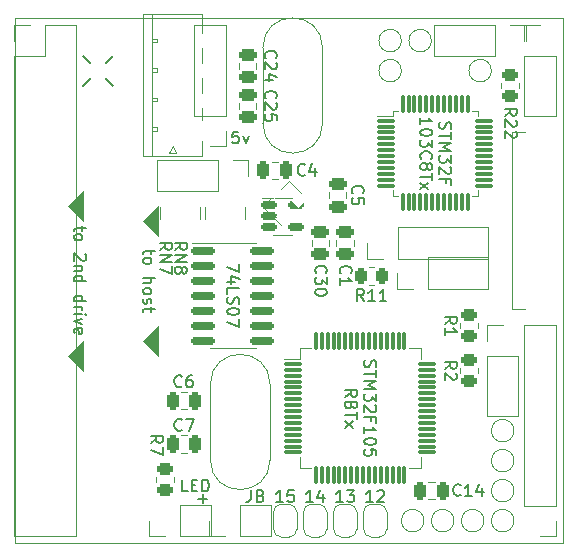
<source format=gto>
G04 #@! TF.GenerationSoftware,KiCad,Pcbnew,6.0.8-f2edbf62ab~116~ubuntu22.04.1*
G04 #@! TF.CreationDate,2022-10-13T10:44:28+02:00*
G04 #@! TF.ProjectId,Floppy emulator with OSD,466c6f70-7079-4206-956d-756c61746f72,0.2*
G04 #@! TF.SameCoordinates,Original*
G04 #@! TF.FileFunction,Legend,Top*
G04 #@! TF.FilePolarity,Positive*
%FSLAX46Y46*%
G04 Gerber Fmt 4.6, Leading zero omitted, Abs format (unit mm)*
G04 Created by KiCad (PCBNEW 6.0.8-f2edbf62ab~116~ubuntu22.04.1) date 2022-10-13 10:44:28*
%MOMM*%
%LPD*%
G01*
G04 APERTURE LIST*
G04 Aperture macros list*
%AMRoundRect*
0 Rectangle with rounded corners*
0 $1 Rounding radius*
0 $2 $3 $4 $5 $6 $7 $8 $9 X,Y pos of 4 corners*
0 Add a 4 corners polygon primitive as box body*
4,1,4,$2,$3,$4,$5,$6,$7,$8,$9,$2,$3,0*
0 Add four circle primitives for the rounded corners*
1,1,$1+$1,$2,$3*
1,1,$1+$1,$4,$5*
1,1,$1+$1,$6,$7*
1,1,$1+$1,$8,$9*
0 Add four rect primitives between the rounded corners*
20,1,$1+$1,$2,$3,$4,$5,0*
20,1,$1+$1,$4,$5,$6,$7,0*
20,1,$1+$1,$6,$7,$8,$9,0*
20,1,$1+$1,$8,$9,$2,$3,0*%
%AMRotRect*
0 Rectangle, with rotation*
0 The origin of the aperture is its center*
0 $1 length*
0 $2 width*
0 $3 Rotation angle, in degrees counterclockwise*
0 Add horizontal line*
21,1,$1,$2,0,0,$3*%
%AMFreePoly0*
4,1,22,0.500000,-0.750000,0.000000,-0.750000,0.000000,-0.745033,-0.079941,-0.743568,-0.215256,-0.701293,-0.333266,-0.622738,-0.424486,-0.514219,-0.481581,-0.384460,-0.499164,-0.250000,-0.500000,-0.250000,-0.500000,0.250000,-0.499164,0.250000,-0.499963,0.256109,-0.478152,0.396186,-0.417904,0.524511,-0.324060,0.630769,-0.204165,0.706417,-0.067858,0.745374,0.000000,0.744959,0.000000,0.750000,
0.500000,0.750000,0.500000,-0.750000,0.500000,-0.750000,$1*%
%AMFreePoly1*
4,1,20,0.000000,0.744959,0.073905,0.744508,0.209726,0.703889,0.328688,0.626782,0.421226,0.519385,0.479903,0.390333,0.500000,0.250000,0.500000,-0.250000,0.499851,-0.262216,0.476331,-0.402017,0.414519,-0.529596,0.319384,-0.634700,0.198574,-0.708877,0.061801,-0.746166,0.000000,-0.745033,0.000000,-0.750000,-0.500000,-0.750000,-0.500000,0.750000,0.000000,0.750000,0.000000,0.744959,
0.000000,0.744959,$1*%
G04 Aperture macros list end*
%ADD10C,0.100000*%
%ADD11C,0.150000*%
%ADD12C,0.120000*%
%ADD13RoundRect,0.250000X-0.250000X-0.475000X0.250000X-0.475000X0.250000X0.475000X-0.250000X0.475000X0*%
%ADD14RoundRect,0.250000X0.475000X-0.250000X0.475000X0.250000X-0.475000X0.250000X-0.475000X-0.250000X0*%
%ADD15RoundRect,0.250000X0.250000X0.475000X-0.250000X0.475000X-0.250000X-0.475000X0.250000X-0.475000X0*%
%ADD16RoundRect,0.250000X-0.475000X0.250000X-0.475000X-0.250000X0.475000X-0.250000X0.475000X0.250000X0*%
%ADD17R,1.700000X1.700000*%
%ADD18O,1.700000X1.700000*%
%ADD19FreePoly0,90.000000*%
%ADD20FreePoly1,90.000000*%
%ADD21R,1.900000X1.900000*%
%ADD22C,1.900000*%
%ADD23RoundRect,0.250000X0.262500X0.450000X-0.262500X0.450000X-0.262500X-0.450000X0.262500X-0.450000X0*%
%ADD24R,0.500000X0.800000*%
%ADD25R,0.400000X0.800000*%
%ADD26RoundRect,0.075000X-0.700000X-0.075000X0.700000X-0.075000X0.700000X0.075000X-0.700000X0.075000X0*%
%ADD27RoundRect,0.075000X-0.075000X-0.700000X0.075000X-0.700000X0.075000X0.700000X-0.075000X0.700000X0*%
%ADD28RoundRect,0.150000X-0.512500X-0.150000X0.512500X-0.150000X0.512500X0.150000X-0.512500X0.150000X0*%
%ADD29RoundRect,0.075000X-0.662500X-0.075000X0.662500X-0.075000X0.662500X0.075000X-0.662500X0.075000X0*%
%ADD30RoundRect,0.075000X-0.075000X-0.662500X0.075000X-0.662500X0.075000X0.662500X-0.075000X0.662500X0*%
%ADD31C,1.500000*%
%ADD32C,1.700000*%
%ADD33RoundRect,0.150000X-0.825000X-0.150000X0.825000X-0.150000X0.825000X0.150000X-0.825000X0.150000X0*%
%ADD34RoundRect,0.250000X-0.450000X0.262500X-0.450000X-0.262500X0.450000X-0.262500X0.450000X0.262500X0*%
%ADD35C,3.000000*%
%ADD36RoundRect,0.250000X0.450000X-0.262500X0.450000X0.262500X-0.450000X0.262500X-0.450000X-0.262500X0*%
%ADD37RotRect,0.900000X0.800000X135.000000*%
G04 APERTURE END LIST*
D10*
X87630000Y-151765000D02*
X87630000Y-107315000D01*
D11*
X95885000Y-113030000D02*
X93345000Y-110490000D01*
D10*
G36*
X99695000Y-125730000D02*
G01*
X98425000Y-124460000D01*
X99695000Y-123190000D01*
X99695000Y-125730000D01*
G37*
X99695000Y-125730000D02*
X98425000Y-124460000D01*
X99695000Y-123190000D01*
X99695000Y-125730000D01*
X133985000Y-151765000D02*
X87630000Y-151765000D01*
G36*
X93345000Y-137160000D02*
G01*
X92075000Y-135890000D01*
X93345000Y-134620000D01*
X93345000Y-137160000D01*
G37*
X93345000Y-137160000D02*
X92075000Y-135890000D01*
X93345000Y-134620000D01*
X93345000Y-137160000D01*
G36*
X99695000Y-135890000D02*
G01*
X98425000Y-134620000D01*
X99695000Y-133350000D01*
X99695000Y-135890000D01*
G37*
X99695000Y-135890000D02*
X98425000Y-134620000D01*
X99695000Y-133350000D01*
X99695000Y-135890000D01*
D11*
X93345000Y-113030000D02*
X95885000Y-110490000D01*
D10*
X133985000Y-107315000D02*
X133985000Y-151765000D01*
X87630000Y-107315000D02*
X133985000Y-107315000D01*
G36*
X93345000Y-124460000D02*
G01*
X92075000Y-123190000D01*
X93345000Y-121920000D01*
X93345000Y-124460000D01*
G37*
X93345000Y-124460000D02*
X92075000Y-123190000D01*
X93345000Y-121920000D01*
X93345000Y-124460000D01*
D11*
X115379523Y-148280380D02*
X114808095Y-148280380D01*
X115093809Y-148280380D02*
X115093809Y-147280380D01*
X114998571Y-147423238D01*
X114903333Y-147518476D01*
X114808095Y-147566095D01*
X115712857Y-147280380D02*
X116331904Y-147280380D01*
X115998571Y-147661333D01*
X116141428Y-147661333D01*
X116236666Y-147708952D01*
X116284285Y-147756571D01*
X116331904Y-147851809D01*
X116331904Y-148089904D01*
X116284285Y-148185142D01*
X116236666Y-148232761D01*
X116141428Y-148280380D01*
X115855714Y-148280380D01*
X115760476Y-148232761D01*
X115712857Y-148185142D01*
X112839523Y-148280380D02*
X112268095Y-148280380D01*
X112553809Y-148280380D02*
X112553809Y-147280380D01*
X112458571Y-147423238D01*
X112363333Y-147518476D01*
X112268095Y-147566095D01*
X113696666Y-147613714D02*
X113696666Y-148280380D01*
X113458571Y-147232761D02*
X113220476Y-147947047D01*
X113839523Y-147947047D01*
X110299523Y-148280380D02*
X109728095Y-148280380D01*
X110013809Y-148280380D02*
X110013809Y-147280380D01*
X109918571Y-147423238D01*
X109823333Y-147518476D01*
X109728095Y-147566095D01*
X111204285Y-147280380D02*
X110728095Y-147280380D01*
X110680476Y-147756571D01*
X110728095Y-147708952D01*
X110823333Y-147661333D01*
X111061428Y-147661333D01*
X111156666Y-147708952D01*
X111204285Y-147756571D01*
X111251904Y-147851809D01*
X111251904Y-148089904D01*
X111204285Y-148185142D01*
X111156666Y-148232761D01*
X111061428Y-148280380D01*
X110823333Y-148280380D01*
X110728095Y-148232761D01*
X110680476Y-148185142D01*
X117919523Y-148280380D02*
X117348095Y-148280380D01*
X117633809Y-148280380D02*
X117633809Y-147280380D01*
X117538571Y-147423238D01*
X117443333Y-147518476D01*
X117348095Y-147566095D01*
X118300476Y-147375619D02*
X118348095Y-147328000D01*
X118443333Y-147280380D01*
X118681428Y-147280380D01*
X118776666Y-147328000D01*
X118824285Y-147375619D01*
X118871904Y-147470857D01*
X118871904Y-147566095D01*
X118824285Y-147708952D01*
X118252857Y-148280380D01*
X118871904Y-148280380D01*
X106537142Y-116927380D02*
X106060952Y-116927380D01*
X106013333Y-117403571D01*
X106060952Y-117355952D01*
X106156190Y-117308333D01*
X106394285Y-117308333D01*
X106489523Y-117355952D01*
X106537142Y-117403571D01*
X106584761Y-117498809D01*
X106584761Y-117736904D01*
X106537142Y-117832142D01*
X106489523Y-117879761D01*
X106394285Y-117927380D01*
X106156190Y-117927380D01*
X106060952Y-117879761D01*
X106013333Y-117832142D01*
X106918095Y-117260714D02*
X107156190Y-117927380D01*
X107394285Y-117260714D01*
X117240238Y-136287380D02*
X117192619Y-136430238D01*
X117192619Y-136668333D01*
X117240238Y-136763571D01*
X117287857Y-136811190D01*
X117383095Y-136858809D01*
X117478333Y-136858809D01*
X117573571Y-136811190D01*
X117621190Y-136763571D01*
X117668809Y-136668333D01*
X117716428Y-136477857D01*
X117764047Y-136382619D01*
X117811666Y-136335000D01*
X117906904Y-136287380D01*
X118002142Y-136287380D01*
X118097380Y-136335000D01*
X118145000Y-136382619D01*
X118192619Y-136477857D01*
X118192619Y-136715952D01*
X118145000Y-136858809D01*
X118192619Y-137144523D02*
X118192619Y-137715952D01*
X117192619Y-137430238D02*
X118192619Y-137430238D01*
X117192619Y-138049285D02*
X118192619Y-138049285D01*
X117478333Y-138382619D01*
X118192619Y-138715952D01*
X117192619Y-138715952D01*
X118192619Y-139096904D02*
X118192619Y-139715952D01*
X117811666Y-139382619D01*
X117811666Y-139525476D01*
X117764047Y-139620714D01*
X117716428Y-139668333D01*
X117621190Y-139715952D01*
X117383095Y-139715952D01*
X117287857Y-139668333D01*
X117240238Y-139620714D01*
X117192619Y-139525476D01*
X117192619Y-139239761D01*
X117240238Y-139144523D01*
X117287857Y-139096904D01*
X118097380Y-140096904D02*
X118145000Y-140144523D01*
X118192619Y-140239761D01*
X118192619Y-140477857D01*
X118145000Y-140573095D01*
X118097380Y-140620714D01*
X118002142Y-140668333D01*
X117906904Y-140668333D01*
X117764047Y-140620714D01*
X117192619Y-140049285D01*
X117192619Y-140668333D01*
X117716428Y-141430238D02*
X117716428Y-141096904D01*
X117192619Y-141096904D02*
X118192619Y-141096904D01*
X118192619Y-141573095D01*
X117192619Y-142477857D02*
X117192619Y-141906428D01*
X117192619Y-142192142D02*
X118192619Y-142192142D01*
X118049761Y-142096904D01*
X117954523Y-142001666D01*
X117906904Y-141906428D01*
X118192619Y-143096904D02*
X118192619Y-143192142D01*
X118145000Y-143287380D01*
X118097380Y-143335000D01*
X118002142Y-143382619D01*
X117811666Y-143430238D01*
X117573571Y-143430238D01*
X117383095Y-143382619D01*
X117287857Y-143335000D01*
X117240238Y-143287380D01*
X117192619Y-143192142D01*
X117192619Y-143096904D01*
X117240238Y-143001666D01*
X117287857Y-142954047D01*
X117383095Y-142906428D01*
X117573571Y-142858809D01*
X117811666Y-142858809D01*
X118002142Y-142906428D01*
X118097380Y-142954047D01*
X118145000Y-143001666D01*
X118192619Y-143096904D01*
X118192619Y-144335000D02*
X118192619Y-143858809D01*
X117716428Y-143811190D01*
X117764047Y-143858809D01*
X117811666Y-143954047D01*
X117811666Y-144192142D01*
X117764047Y-144287380D01*
X117716428Y-144335000D01*
X117621190Y-144382619D01*
X117383095Y-144382619D01*
X117287857Y-144335000D01*
X117240238Y-144287380D01*
X117192619Y-144192142D01*
X117192619Y-143954047D01*
X117240238Y-143858809D01*
X117287857Y-143811190D01*
X115582619Y-139358809D02*
X116058809Y-139025476D01*
X115582619Y-138787380D02*
X116582619Y-138787380D01*
X116582619Y-139168333D01*
X116535000Y-139263571D01*
X116487380Y-139311190D01*
X116392142Y-139358809D01*
X116249285Y-139358809D01*
X116154047Y-139311190D01*
X116106428Y-139263571D01*
X116058809Y-139168333D01*
X116058809Y-138787380D01*
X116106428Y-140120714D02*
X116058809Y-140263571D01*
X116011190Y-140311190D01*
X115915952Y-140358809D01*
X115773095Y-140358809D01*
X115677857Y-140311190D01*
X115630238Y-140263571D01*
X115582619Y-140168333D01*
X115582619Y-139787380D01*
X116582619Y-139787380D01*
X116582619Y-140120714D01*
X116535000Y-140215952D01*
X116487380Y-140263571D01*
X116392142Y-140311190D01*
X116296904Y-140311190D01*
X116201666Y-140263571D01*
X116154047Y-140215952D01*
X116106428Y-140120714D01*
X116106428Y-139787380D01*
X116582619Y-140644523D02*
X116582619Y-141215952D01*
X115582619Y-140930238D02*
X116582619Y-140930238D01*
X115582619Y-141454047D02*
X116249285Y-141977857D01*
X116249285Y-141454047D02*
X115582619Y-141977857D01*
X102227142Y-147391380D02*
X101750952Y-147391380D01*
X101750952Y-146391380D01*
X102560476Y-146867571D02*
X102893809Y-146867571D01*
X103036666Y-147391380D02*
X102560476Y-147391380D01*
X102560476Y-146391380D01*
X103036666Y-146391380D01*
X103465238Y-147391380D02*
X103465238Y-146391380D01*
X103703333Y-146391380D01*
X103846190Y-146439000D01*
X103941428Y-146534238D01*
X103989047Y-146629476D01*
X104036666Y-146819952D01*
X104036666Y-146962809D01*
X103989047Y-147153285D01*
X103941428Y-147248523D01*
X103846190Y-147343761D01*
X103703333Y-147391380D01*
X103465238Y-147391380D01*
X106592619Y-128167142D02*
X106592619Y-128833809D01*
X105592619Y-128405238D01*
X106259285Y-129643333D02*
X105592619Y-129643333D01*
X106640238Y-129405238D02*
X105925952Y-129167142D01*
X105925952Y-129786190D01*
X105592619Y-130643333D02*
X105592619Y-130167142D01*
X106592619Y-130167142D01*
X105640238Y-130929047D02*
X105592619Y-131071904D01*
X105592619Y-131310000D01*
X105640238Y-131405238D01*
X105687857Y-131452857D01*
X105783095Y-131500476D01*
X105878333Y-131500476D01*
X105973571Y-131452857D01*
X106021190Y-131405238D01*
X106068809Y-131310000D01*
X106116428Y-131119523D01*
X106164047Y-131024285D01*
X106211666Y-130976666D01*
X106306904Y-130929047D01*
X106402142Y-130929047D01*
X106497380Y-130976666D01*
X106545000Y-131024285D01*
X106592619Y-131119523D01*
X106592619Y-131357619D01*
X106545000Y-131500476D01*
X106592619Y-132119523D02*
X106592619Y-132214761D01*
X106545000Y-132310000D01*
X106497380Y-132357619D01*
X106402142Y-132405238D01*
X106211666Y-132452857D01*
X105973571Y-132452857D01*
X105783095Y-132405238D01*
X105687857Y-132357619D01*
X105640238Y-132310000D01*
X105592619Y-132214761D01*
X105592619Y-132119523D01*
X105640238Y-132024285D01*
X105687857Y-131976666D01*
X105783095Y-131929047D01*
X105973571Y-131881428D01*
X106211666Y-131881428D01*
X106402142Y-131929047D01*
X106497380Y-131976666D01*
X106545000Y-132024285D01*
X106592619Y-132119523D01*
X106592619Y-132786190D02*
X106592619Y-133452857D01*
X105592619Y-133024285D01*
X93305285Y-124944761D02*
X93305285Y-125325714D01*
X93638619Y-125087619D02*
X92781476Y-125087619D01*
X92686238Y-125135238D01*
X92638619Y-125230476D01*
X92638619Y-125325714D01*
X92638619Y-125801904D02*
X92686238Y-125706666D01*
X92733857Y-125659047D01*
X92829095Y-125611428D01*
X93114809Y-125611428D01*
X93210047Y-125659047D01*
X93257666Y-125706666D01*
X93305285Y-125801904D01*
X93305285Y-125944761D01*
X93257666Y-126040000D01*
X93210047Y-126087619D01*
X93114809Y-126135238D01*
X92829095Y-126135238D01*
X92733857Y-126087619D01*
X92686238Y-126040000D01*
X92638619Y-125944761D01*
X92638619Y-125801904D01*
X93543380Y-127278095D02*
X93591000Y-127325714D01*
X93638619Y-127420952D01*
X93638619Y-127659047D01*
X93591000Y-127754285D01*
X93543380Y-127801904D01*
X93448142Y-127849523D01*
X93352904Y-127849523D01*
X93210047Y-127801904D01*
X92638619Y-127230476D01*
X92638619Y-127849523D01*
X93305285Y-128278095D02*
X92638619Y-128278095D01*
X93210047Y-128278095D02*
X93257666Y-128325714D01*
X93305285Y-128420952D01*
X93305285Y-128563809D01*
X93257666Y-128659047D01*
X93162428Y-128706666D01*
X92638619Y-128706666D01*
X92638619Y-129611428D02*
X93638619Y-129611428D01*
X92686238Y-129611428D02*
X92638619Y-129516190D01*
X92638619Y-129325714D01*
X92686238Y-129230476D01*
X92733857Y-129182857D01*
X92829095Y-129135238D01*
X93114809Y-129135238D01*
X93210047Y-129182857D01*
X93257666Y-129230476D01*
X93305285Y-129325714D01*
X93305285Y-129516190D01*
X93257666Y-129611428D01*
X92638619Y-131278095D02*
X93638619Y-131278095D01*
X92686238Y-131278095D02*
X92638619Y-131182857D01*
X92638619Y-130992380D01*
X92686238Y-130897142D01*
X92733857Y-130849523D01*
X92829095Y-130801904D01*
X93114809Y-130801904D01*
X93210047Y-130849523D01*
X93257666Y-130897142D01*
X93305285Y-130992380D01*
X93305285Y-131182857D01*
X93257666Y-131278095D01*
X92638619Y-131754285D02*
X93305285Y-131754285D01*
X93114809Y-131754285D02*
X93210047Y-131801904D01*
X93257666Y-131849523D01*
X93305285Y-131944761D01*
X93305285Y-132040000D01*
X92638619Y-132373333D02*
X93305285Y-132373333D01*
X93638619Y-132373333D02*
X93591000Y-132325714D01*
X93543380Y-132373333D01*
X93591000Y-132420952D01*
X93638619Y-132373333D01*
X93543380Y-132373333D01*
X93305285Y-132754285D02*
X92638619Y-132992380D01*
X93305285Y-133230476D01*
X92686238Y-133992380D02*
X92638619Y-133897142D01*
X92638619Y-133706666D01*
X92686238Y-133611428D01*
X92781476Y-133563809D01*
X93162428Y-133563809D01*
X93257666Y-133611428D01*
X93305285Y-133706666D01*
X93305285Y-133897142D01*
X93257666Y-133992380D01*
X93162428Y-134040000D01*
X93067190Y-134040000D01*
X92971952Y-133563809D01*
X103124047Y-148026428D02*
X103885952Y-148026428D01*
X103505000Y-148407380D02*
X103505000Y-147645476D01*
X99147285Y-126920952D02*
X99147285Y-127301904D01*
X99480619Y-127063809D02*
X98623476Y-127063809D01*
X98528238Y-127111428D01*
X98480619Y-127206666D01*
X98480619Y-127301904D01*
X98480619Y-127778095D02*
X98528238Y-127682857D01*
X98575857Y-127635238D01*
X98671095Y-127587619D01*
X98956809Y-127587619D01*
X99052047Y-127635238D01*
X99099666Y-127682857D01*
X99147285Y-127778095D01*
X99147285Y-127920952D01*
X99099666Y-128016190D01*
X99052047Y-128063809D01*
X98956809Y-128111428D01*
X98671095Y-128111428D01*
X98575857Y-128063809D01*
X98528238Y-128016190D01*
X98480619Y-127920952D01*
X98480619Y-127778095D01*
X98480619Y-129301904D02*
X99480619Y-129301904D01*
X98480619Y-129730476D02*
X99004428Y-129730476D01*
X99099666Y-129682857D01*
X99147285Y-129587619D01*
X99147285Y-129444761D01*
X99099666Y-129349523D01*
X99052047Y-129301904D01*
X98480619Y-130349523D02*
X98528238Y-130254285D01*
X98575857Y-130206666D01*
X98671095Y-130159047D01*
X98956809Y-130159047D01*
X99052047Y-130206666D01*
X99099666Y-130254285D01*
X99147285Y-130349523D01*
X99147285Y-130492380D01*
X99099666Y-130587619D01*
X99052047Y-130635238D01*
X98956809Y-130682857D01*
X98671095Y-130682857D01*
X98575857Y-130635238D01*
X98528238Y-130587619D01*
X98480619Y-130492380D01*
X98480619Y-130349523D01*
X98528238Y-131063809D02*
X98480619Y-131159047D01*
X98480619Y-131349523D01*
X98528238Y-131444761D01*
X98623476Y-131492380D01*
X98671095Y-131492380D01*
X98766333Y-131444761D01*
X98813952Y-131349523D01*
X98813952Y-131206666D01*
X98861571Y-131111428D01*
X98956809Y-131063809D01*
X99004428Y-131063809D01*
X99099666Y-131111428D01*
X99147285Y-131206666D01*
X99147285Y-131349523D01*
X99099666Y-131444761D01*
X99147285Y-131778095D02*
X99147285Y-132159047D01*
X99480619Y-131920952D02*
X98623476Y-131920952D01*
X98528238Y-131968571D01*
X98480619Y-132063809D01*
X98480619Y-132159047D01*
X107592857Y-147280380D02*
X107592857Y-147994666D01*
X107545238Y-148137523D01*
X107450000Y-148232761D01*
X107307142Y-148280380D01*
X107211904Y-148280380D01*
X108402380Y-147756571D02*
X108545238Y-147804190D01*
X108592857Y-147851809D01*
X108640476Y-147947047D01*
X108640476Y-148089904D01*
X108592857Y-148185142D01*
X108545238Y-148232761D01*
X108450000Y-148280380D01*
X108069047Y-148280380D01*
X108069047Y-147280380D01*
X108402380Y-147280380D01*
X108497619Y-147328000D01*
X108545238Y-147375619D01*
X108592857Y-147470857D01*
X108592857Y-147566095D01*
X108545238Y-147661333D01*
X108497619Y-147708952D01*
X108402380Y-147756571D01*
X108069047Y-147756571D01*
X123590238Y-116125952D02*
X123542619Y-116268809D01*
X123542619Y-116506904D01*
X123590238Y-116602142D01*
X123637857Y-116649761D01*
X123733095Y-116697380D01*
X123828333Y-116697380D01*
X123923571Y-116649761D01*
X123971190Y-116602142D01*
X124018809Y-116506904D01*
X124066428Y-116316428D01*
X124114047Y-116221190D01*
X124161666Y-116173571D01*
X124256904Y-116125952D01*
X124352142Y-116125952D01*
X124447380Y-116173571D01*
X124495000Y-116221190D01*
X124542619Y-116316428D01*
X124542619Y-116554523D01*
X124495000Y-116697380D01*
X124542619Y-116983095D02*
X124542619Y-117554523D01*
X123542619Y-117268809D02*
X124542619Y-117268809D01*
X123542619Y-117887857D02*
X124542619Y-117887857D01*
X123828333Y-118221190D01*
X124542619Y-118554523D01*
X123542619Y-118554523D01*
X124542619Y-118935476D02*
X124542619Y-119554523D01*
X124161666Y-119221190D01*
X124161666Y-119364047D01*
X124114047Y-119459285D01*
X124066428Y-119506904D01*
X123971190Y-119554523D01*
X123733095Y-119554523D01*
X123637857Y-119506904D01*
X123590238Y-119459285D01*
X123542619Y-119364047D01*
X123542619Y-119078333D01*
X123590238Y-118983095D01*
X123637857Y-118935476D01*
X124447380Y-119935476D02*
X124495000Y-119983095D01*
X124542619Y-120078333D01*
X124542619Y-120316428D01*
X124495000Y-120411666D01*
X124447380Y-120459285D01*
X124352142Y-120506904D01*
X124256904Y-120506904D01*
X124114047Y-120459285D01*
X123542619Y-119887857D01*
X123542619Y-120506904D01*
X124066428Y-121268809D02*
X124066428Y-120935476D01*
X123542619Y-120935476D02*
X124542619Y-120935476D01*
X124542619Y-121411666D01*
X121932619Y-116316428D02*
X121932619Y-115745000D01*
X121932619Y-116030714D02*
X122932619Y-116030714D01*
X122789761Y-115935476D01*
X122694523Y-115840238D01*
X122646904Y-115745000D01*
X122932619Y-116935476D02*
X122932619Y-117030714D01*
X122885000Y-117125952D01*
X122837380Y-117173571D01*
X122742142Y-117221190D01*
X122551666Y-117268809D01*
X122313571Y-117268809D01*
X122123095Y-117221190D01*
X122027857Y-117173571D01*
X121980238Y-117125952D01*
X121932619Y-117030714D01*
X121932619Y-116935476D01*
X121980238Y-116840238D01*
X122027857Y-116792619D01*
X122123095Y-116745000D01*
X122313571Y-116697380D01*
X122551666Y-116697380D01*
X122742142Y-116745000D01*
X122837380Y-116792619D01*
X122885000Y-116840238D01*
X122932619Y-116935476D01*
X122932619Y-117602142D02*
X122932619Y-118221190D01*
X122551666Y-117887857D01*
X122551666Y-118030714D01*
X122504047Y-118125952D01*
X122456428Y-118173571D01*
X122361190Y-118221190D01*
X122123095Y-118221190D01*
X122027857Y-118173571D01*
X121980238Y-118125952D01*
X121932619Y-118030714D01*
X121932619Y-117745000D01*
X121980238Y-117649761D01*
X122027857Y-117602142D01*
X122027857Y-119221190D02*
X121980238Y-119173571D01*
X121932619Y-119030714D01*
X121932619Y-118935476D01*
X121980238Y-118792619D01*
X122075476Y-118697380D01*
X122170714Y-118649761D01*
X122361190Y-118602142D01*
X122504047Y-118602142D01*
X122694523Y-118649761D01*
X122789761Y-118697380D01*
X122885000Y-118792619D01*
X122932619Y-118935476D01*
X122932619Y-119030714D01*
X122885000Y-119173571D01*
X122837380Y-119221190D01*
X122504047Y-119792619D02*
X122551666Y-119697380D01*
X122599285Y-119649761D01*
X122694523Y-119602142D01*
X122742142Y-119602142D01*
X122837380Y-119649761D01*
X122885000Y-119697380D01*
X122932619Y-119792619D01*
X122932619Y-119983095D01*
X122885000Y-120078333D01*
X122837380Y-120125952D01*
X122742142Y-120173571D01*
X122694523Y-120173571D01*
X122599285Y-120125952D01*
X122551666Y-120078333D01*
X122504047Y-119983095D01*
X122504047Y-119792619D01*
X122456428Y-119697380D01*
X122408809Y-119649761D01*
X122313571Y-119602142D01*
X122123095Y-119602142D01*
X122027857Y-119649761D01*
X121980238Y-119697380D01*
X121932619Y-119792619D01*
X121932619Y-119983095D01*
X121980238Y-120078333D01*
X122027857Y-120125952D01*
X122123095Y-120173571D01*
X122313571Y-120173571D01*
X122408809Y-120125952D01*
X122456428Y-120078333D01*
X122504047Y-119983095D01*
X122932619Y-120459285D02*
X122932619Y-121030714D01*
X121932619Y-120745000D02*
X122932619Y-120745000D01*
X121932619Y-121268809D02*
X122599285Y-121792619D01*
X122599285Y-121268809D02*
X121932619Y-121792619D01*
X112164833Y-120562642D02*
X112117214Y-120610261D01*
X111974357Y-120657880D01*
X111879119Y-120657880D01*
X111736261Y-120610261D01*
X111641023Y-120515023D01*
X111593404Y-120419785D01*
X111545785Y-120229309D01*
X111545785Y-120086452D01*
X111593404Y-119895976D01*
X111641023Y-119800738D01*
X111736261Y-119705500D01*
X111879119Y-119657880D01*
X111974357Y-119657880D01*
X112117214Y-119705500D01*
X112164833Y-119753119D01*
X113021976Y-119991214D02*
X113021976Y-120657880D01*
X112783880Y-119610261D02*
X112545785Y-120324547D01*
X113164833Y-120324547D01*
X116228857Y-122134333D02*
X116181238Y-122086714D01*
X116133619Y-121943857D01*
X116133619Y-121848619D01*
X116181238Y-121705761D01*
X116276476Y-121610523D01*
X116371714Y-121562904D01*
X116562190Y-121515285D01*
X116705047Y-121515285D01*
X116895523Y-121562904D01*
X116990761Y-121610523D01*
X117086000Y-121705761D01*
X117133619Y-121848619D01*
X117133619Y-121943857D01*
X117086000Y-122086714D01*
X117038380Y-122134333D01*
X117133619Y-123039095D02*
X117133619Y-122562904D01*
X116657428Y-122515285D01*
X116705047Y-122562904D01*
X116752666Y-122658142D01*
X116752666Y-122896238D01*
X116705047Y-122991476D01*
X116657428Y-123039095D01*
X116562190Y-123086714D01*
X116324095Y-123086714D01*
X116228857Y-123039095D01*
X116181238Y-122991476D01*
X116133619Y-122896238D01*
X116133619Y-122658142D01*
X116181238Y-122562904D01*
X116228857Y-122515285D01*
X101735833Y-138469642D02*
X101688214Y-138517261D01*
X101545357Y-138564880D01*
X101450119Y-138564880D01*
X101307261Y-138517261D01*
X101212023Y-138422023D01*
X101164404Y-138326785D01*
X101116785Y-138136309D01*
X101116785Y-137993452D01*
X101164404Y-137802976D01*
X101212023Y-137707738D01*
X101307261Y-137612500D01*
X101450119Y-137564880D01*
X101545357Y-137564880D01*
X101688214Y-137612500D01*
X101735833Y-137660119D01*
X102592976Y-137564880D02*
X102402500Y-137564880D01*
X102307261Y-137612500D01*
X102259642Y-137660119D01*
X102164404Y-137802976D01*
X102116785Y-137993452D01*
X102116785Y-138374404D01*
X102164404Y-138469642D01*
X102212023Y-138517261D01*
X102307261Y-138564880D01*
X102497738Y-138564880D01*
X102592976Y-138517261D01*
X102640595Y-138469642D01*
X102688214Y-138374404D01*
X102688214Y-138136309D01*
X102640595Y-138041071D01*
X102592976Y-137993452D01*
X102497738Y-137945833D01*
X102307261Y-137945833D01*
X102212023Y-137993452D01*
X102164404Y-138041071D01*
X102116785Y-138136309D01*
X113117357Y-128897142D02*
X113069738Y-128849523D01*
X113022119Y-128706666D01*
X113022119Y-128611428D01*
X113069738Y-128468571D01*
X113164976Y-128373333D01*
X113260214Y-128325714D01*
X113450690Y-128278095D01*
X113593547Y-128278095D01*
X113784023Y-128325714D01*
X113879261Y-128373333D01*
X113974500Y-128468571D01*
X114022119Y-128611428D01*
X114022119Y-128706666D01*
X113974500Y-128849523D01*
X113926880Y-128897142D01*
X114022119Y-129230476D02*
X114022119Y-129849523D01*
X113641166Y-129516190D01*
X113641166Y-129659047D01*
X113593547Y-129754285D01*
X113545928Y-129801904D01*
X113450690Y-129849523D01*
X113212595Y-129849523D01*
X113117357Y-129801904D01*
X113069738Y-129754285D01*
X113022119Y-129659047D01*
X113022119Y-129373333D01*
X113069738Y-129278095D01*
X113117357Y-129230476D01*
X114022119Y-130468571D02*
X114022119Y-130563809D01*
X113974500Y-130659047D01*
X113926880Y-130706666D01*
X113831642Y-130754285D01*
X113641166Y-130801904D01*
X113403071Y-130801904D01*
X113212595Y-130754285D01*
X113117357Y-130706666D01*
X113069738Y-130659047D01*
X113022119Y-130563809D01*
X113022119Y-130468571D01*
X113069738Y-130373333D01*
X113117357Y-130325714D01*
X113212595Y-130278095D01*
X113403071Y-130230476D01*
X113641166Y-130230476D01*
X113831642Y-130278095D01*
X113926880Y-130325714D01*
X113974500Y-130373333D01*
X114022119Y-130468571D01*
X117149642Y-131261380D02*
X116816309Y-130785190D01*
X116578214Y-131261380D02*
X116578214Y-130261380D01*
X116959166Y-130261380D01*
X117054404Y-130309000D01*
X117102023Y-130356619D01*
X117149642Y-130451857D01*
X117149642Y-130594714D01*
X117102023Y-130689952D01*
X117054404Y-130737571D01*
X116959166Y-130785190D01*
X116578214Y-130785190D01*
X118102023Y-131261380D02*
X117530595Y-131261380D01*
X117816309Y-131261380D02*
X117816309Y-130261380D01*
X117721071Y-130404238D01*
X117625833Y-130499476D01*
X117530595Y-130547095D01*
X119054404Y-131261380D02*
X118482976Y-131261380D01*
X118768690Y-131261380D02*
X118768690Y-130261380D01*
X118673452Y-130404238D01*
X118578214Y-130499476D01*
X118482976Y-130547095D01*
X99877619Y-126944523D02*
X100353809Y-126611190D01*
X99877619Y-126373095D02*
X100877619Y-126373095D01*
X100877619Y-126754047D01*
X100830000Y-126849285D01*
X100782380Y-126896904D01*
X100687142Y-126944523D01*
X100544285Y-126944523D01*
X100449047Y-126896904D01*
X100401428Y-126849285D01*
X100353809Y-126754047D01*
X100353809Y-126373095D01*
X99877619Y-127373095D02*
X100877619Y-127373095D01*
X99877619Y-127944523D01*
X100877619Y-127944523D01*
X100877619Y-128325476D02*
X100877619Y-128992142D01*
X99877619Y-128563571D01*
X101147619Y-126944523D02*
X101623809Y-126611190D01*
X101147619Y-126373095D02*
X102147619Y-126373095D01*
X102147619Y-126754047D01*
X102100000Y-126849285D01*
X102052380Y-126896904D01*
X101957142Y-126944523D01*
X101814285Y-126944523D01*
X101719047Y-126896904D01*
X101671428Y-126849285D01*
X101623809Y-126754047D01*
X101623809Y-126373095D01*
X101147619Y-127373095D02*
X102147619Y-127373095D01*
X101147619Y-127944523D01*
X102147619Y-127944523D01*
X101719047Y-128563571D02*
X101766666Y-128468333D01*
X101814285Y-128420714D01*
X101909523Y-128373095D01*
X101957142Y-128373095D01*
X102052380Y-128420714D01*
X102100000Y-128468333D01*
X102147619Y-128563571D01*
X102147619Y-128754047D01*
X102100000Y-128849285D01*
X102052380Y-128896904D01*
X101957142Y-128944523D01*
X101909523Y-128944523D01*
X101814285Y-128896904D01*
X101766666Y-128849285D01*
X101719047Y-128754047D01*
X101719047Y-128563571D01*
X101671428Y-128468333D01*
X101623809Y-128420714D01*
X101528571Y-128373095D01*
X101338095Y-128373095D01*
X101242857Y-128420714D01*
X101195238Y-128468333D01*
X101147619Y-128563571D01*
X101147619Y-128754047D01*
X101195238Y-128849285D01*
X101242857Y-128896904D01*
X101338095Y-128944523D01*
X101528571Y-128944523D01*
X101623809Y-128896904D01*
X101671428Y-128849285D01*
X101719047Y-128754047D01*
X101735833Y-142152642D02*
X101688214Y-142200261D01*
X101545357Y-142247880D01*
X101450119Y-142247880D01*
X101307261Y-142200261D01*
X101212023Y-142105023D01*
X101164404Y-142009785D01*
X101116785Y-141819309D01*
X101116785Y-141676452D01*
X101164404Y-141485976D01*
X101212023Y-141390738D01*
X101307261Y-141295500D01*
X101450119Y-141247880D01*
X101545357Y-141247880D01*
X101688214Y-141295500D01*
X101735833Y-141343119D01*
X102069166Y-141247880D02*
X102735833Y-141247880D01*
X102307261Y-142247880D01*
X124007619Y-133183333D02*
X124483809Y-132850000D01*
X124007619Y-132611904D02*
X125007619Y-132611904D01*
X125007619Y-132992857D01*
X124960000Y-133088095D01*
X124912380Y-133135714D01*
X124817142Y-133183333D01*
X124674285Y-133183333D01*
X124579047Y-133135714D01*
X124531428Y-133088095D01*
X124483809Y-132992857D01*
X124483809Y-132611904D01*
X124007619Y-134135714D02*
X124007619Y-133564285D01*
X124007619Y-133850000D02*
X125007619Y-133850000D01*
X124864761Y-133754761D01*
X124769523Y-133659523D01*
X124721904Y-133564285D01*
X99115619Y-143279833D02*
X99591809Y-142946500D01*
X99115619Y-142708404D02*
X100115619Y-142708404D01*
X100115619Y-143089357D01*
X100068000Y-143184595D01*
X100020380Y-143232214D01*
X99925142Y-143279833D01*
X99782285Y-143279833D01*
X99687047Y-143232214D01*
X99639428Y-143184595D01*
X99591809Y-143089357D01*
X99591809Y-142708404D01*
X100115619Y-143613166D02*
X100115619Y-144279833D01*
X99115619Y-143851261D01*
X108862857Y-114101642D02*
X108815238Y-114054023D01*
X108767619Y-113911166D01*
X108767619Y-113815928D01*
X108815238Y-113673071D01*
X108910476Y-113577833D01*
X109005714Y-113530214D01*
X109196190Y-113482595D01*
X109339047Y-113482595D01*
X109529523Y-113530214D01*
X109624761Y-113577833D01*
X109720000Y-113673071D01*
X109767619Y-113815928D01*
X109767619Y-113911166D01*
X109720000Y-114054023D01*
X109672380Y-114101642D01*
X109672380Y-114482595D02*
X109720000Y-114530214D01*
X109767619Y-114625452D01*
X109767619Y-114863547D01*
X109720000Y-114958785D01*
X109672380Y-115006404D01*
X109577142Y-115054023D01*
X109481904Y-115054023D01*
X109339047Y-115006404D01*
X108767619Y-114434976D01*
X108767619Y-115054023D01*
X109767619Y-115958785D02*
X109767619Y-115482595D01*
X109291428Y-115434976D01*
X109339047Y-115482595D01*
X109386666Y-115577833D01*
X109386666Y-115815928D01*
X109339047Y-115911166D01*
X109291428Y-115958785D01*
X109196190Y-116006404D01*
X108958095Y-116006404D01*
X108862857Y-115958785D01*
X108815238Y-115911166D01*
X108767619Y-115815928D01*
X108767619Y-115577833D01*
X108815238Y-115482595D01*
X108862857Y-115434976D01*
X124007619Y-136993333D02*
X124483809Y-136660000D01*
X124007619Y-136421904D02*
X125007619Y-136421904D01*
X125007619Y-136802857D01*
X124960000Y-136898095D01*
X124912380Y-136945714D01*
X124817142Y-136993333D01*
X124674285Y-136993333D01*
X124579047Y-136945714D01*
X124531428Y-136898095D01*
X124483809Y-136802857D01*
X124483809Y-136421904D01*
X124912380Y-137374285D02*
X124960000Y-137421904D01*
X125007619Y-137517142D01*
X125007619Y-137755238D01*
X124960000Y-137850476D01*
X124912380Y-137898095D01*
X124817142Y-137945714D01*
X124721904Y-137945714D01*
X124579047Y-137898095D01*
X124007619Y-137326666D01*
X124007619Y-137945714D01*
X108862857Y-110706142D02*
X108815238Y-110658523D01*
X108767619Y-110515666D01*
X108767619Y-110420428D01*
X108815238Y-110277571D01*
X108910476Y-110182333D01*
X109005714Y-110134714D01*
X109196190Y-110087095D01*
X109339047Y-110087095D01*
X109529523Y-110134714D01*
X109624761Y-110182333D01*
X109720000Y-110277571D01*
X109767619Y-110420428D01*
X109767619Y-110515666D01*
X109720000Y-110658523D01*
X109672380Y-110706142D01*
X109672380Y-111087095D02*
X109720000Y-111134714D01*
X109767619Y-111229952D01*
X109767619Y-111468047D01*
X109720000Y-111563285D01*
X109672380Y-111610904D01*
X109577142Y-111658523D01*
X109481904Y-111658523D01*
X109339047Y-111610904D01*
X108767619Y-111039476D01*
X108767619Y-111658523D01*
X109434285Y-112515666D02*
X108767619Y-112515666D01*
X109815238Y-112277571D02*
X109100952Y-112039476D01*
X109100952Y-112658523D01*
X115212857Y-128928833D02*
X115165238Y-128881214D01*
X115117619Y-128738357D01*
X115117619Y-128643119D01*
X115165238Y-128500261D01*
X115260476Y-128405023D01*
X115355714Y-128357404D01*
X115546190Y-128309785D01*
X115689047Y-128309785D01*
X115879523Y-128357404D01*
X115974761Y-128405023D01*
X116070000Y-128500261D01*
X116117619Y-128643119D01*
X116117619Y-128738357D01*
X116070000Y-128881214D01*
X116022380Y-128928833D01*
X115117619Y-129881214D02*
X115117619Y-129309785D01*
X115117619Y-129595500D02*
X116117619Y-129595500D01*
X115974761Y-129500261D01*
X115879523Y-129405023D01*
X115831904Y-129309785D01*
X129087619Y-115562142D02*
X129563809Y-115228809D01*
X129087619Y-114990714D02*
X130087619Y-114990714D01*
X130087619Y-115371666D01*
X130040000Y-115466904D01*
X129992380Y-115514523D01*
X129897142Y-115562142D01*
X129754285Y-115562142D01*
X129659047Y-115514523D01*
X129611428Y-115466904D01*
X129563809Y-115371666D01*
X129563809Y-114990714D01*
X129992380Y-115943095D02*
X130040000Y-115990714D01*
X130087619Y-116085952D01*
X130087619Y-116324047D01*
X130040000Y-116419285D01*
X129992380Y-116466904D01*
X129897142Y-116514523D01*
X129801904Y-116514523D01*
X129659047Y-116466904D01*
X129087619Y-115895476D01*
X129087619Y-116514523D01*
X129992380Y-116895476D02*
X130040000Y-116943095D01*
X130087619Y-117038333D01*
X130087619Y-117276428D01*
X130040000Y-117371666D01*
X129992380Y-117419285D01*
X129897142Y-117466904D01*
X129801904Y-117466904D01*
X129659047Y-117419285D01*
X129087619Y-116847857D01*
X129087619Y-117466904D01*
X125341142Y-147677142D02*
X125293523Y-147724761D01*
X125150666Y-147772380D01*
X125055428Y-147772380D01*
X124912571Y-147724761D01*
X124817333Y-147629523D01*
X124769714Y-147534285D01*
X124722095Y-147343809D01*
X124722095Y-147200952D01*
X124769714Y-147010476D01*
X124817333Y-146915238D01*
X124912571Y-146820000D01*
X125055428Y-146772380D01*
X125150666Y-146772380D01*
X125293523Y-146820000D01*
X125341142Y-146867619D01*
X126293523Y-147772380D02*
X125722095Y-147772380D01*
X126007809Y-147772380D02*
X126007809Y-146772380D01*
X125912571Y-146915238D01*
X125817333Y-147010476D01*
X125722095Y-147058095D01*
X127150666Y-147105714D02*
X127150666Y-147772380D01*
X126912571Y-146724761D02*
X126674476Y-147439047D01*
X127293523Y-147439047D01*
D12*
X109339748Y-120940500D02*
X109862252Y-120940500D01*
X109339748Y-119470500D02*
X109862252Y-119470500D01*
X114200000Y-122577252D02*
X114200000Y-122054748D01*
X115670000Y-122577252D02*
X115670000Y-122054748D01*
X102163752Y-140435000D02*
X101641248Y-140435000D01*
X102163752Y-138965000D02*
X101641248Y-138965000D01*
X112739500Y-126103748D02*
X112739500Y-126626252D01*
X114209500Y-126103748D02*
X114209500Y-126626252D01*
X120015000Y-127695000D02*
X120015000Y-125035000D01*
X120015000Y-127695000D02*
X127695000Y-127695000D01*
X120015000Y-125035000D02*
X127695000Y-125035000D01*
X118745000Y-127695000D02*
X117415000Y-127695000D01*
X117415000Y-127695000D02*
X117415000Y-126365000D01*
X127695000Y-127695000D02*
X127695000Y-125035000D01*
X130870000Y-107890000D02*
X130870000Y-109220000D01*
X128270000Y-107890000D02*
X123130000Y-107890000D01*
X128270000Y-107890000D02*
X128270000Y-110550000D01*
X128270000Y-110550000D02*
X123130000Y-110550000D01*
X129540000Y-107890000D02*
X130870000Y-107890000D01*
X123130000Y-107890000D02*
X123130000Y-110550000D01*
X115870000Y-151260000D02*
X115270000Y-151260000D01*
X116570000Y-149160000D02*
X116570000Y-150560000D01*
X115270000Y-148460000D02*
X115870000Y-148460000D01*
X114570000Y-150560000D02*
X114570000Y-149160000D01*
X115270000Y-148460000D02*
G75*
G03*
X114570000Y-149160000I0J-700000D01*
G01*
X115870000Y-151260000D02*
G75*
G03*
X116570000Y-150560000I1J699999D01*
G01*
X116570000Y-149160000D02*
G75*
G03*
X115870000Y-148460000I-700000J0D01*
G01*
X114570000Y-150560000D02*
G75*
G03*
X115270000Y-151260000I699999J-1D01*
G01*
X112030000Y-150560000D02*
X112030000Y-149160000D01*
X114030000Y-149160000D02*
X114030000Y-150560000D01*
X112730000Y-148460000D02*
X113330000Y-148460000D01*
X113330000Y-151260000D02*
X112730000Y-151260000D01*
X114030000Y-149160000D02*
G75*
G03*
X113330000Y-148460000I-700000J0D01*
G01*
X112030000Y-150560000D02*
G75*
G03*
X112730000Y-151260000I699999J-1D01*
G01*
X113330000Y-151260000D02*
G75*
G03*
X114030000Y-150560000I1J699999D01*
G01*
X112730000Y-148460000D02*
G75*
G03*
X112030000Y-149160000I0J-700000D01*
G01*
X110190000Y-148460000D02*
X110790000Y-148460000D01*
X110790000Y-151260000D02*
X110190000Y-151260000D01*
X109490000Y-150560000D02*
X109490000Y-149160000D01*
X111490000Y-149160000D02*
X111490000Y-150560000D01*
X111490000Y-149160000D02*
G75*
G03*
X110790000Y-148460000I-700000J0D01*
G01*
X109490000Y-150560000D02*
G75*
G03*
X110190000Y-151260000I699999J-1D01*
G01*
X110790000Y-151260000D02*
G75*
G03*
X111490000Y-150560000I1J699999D01*
G01*
X110190000Y-148460000D02*
G75*
G03*
X109490000Y-149160000I0J-700000D01*
G01*
X99665000Y-114370000D02*
X99665000Y-114070000D01*
X99195000Y-109370000D02*
X99665000Y-109370000D01*
X100665000Y-118720000D02*
X100965000Y-118120000D01*
X99665000Y-116570000D02*
X99195000Y-116570000D01*
X99195000Y-111870000D02*
X99665000Y-111870000D01*
X98465000Y-118970000D02*
X98465000Y-106970000D01*
X99665000Y-114070000D02*
X99195000Y-114070000D01*
X103465000Y-106970000D02*
X103465000Y-118970000D01*
X99665000Y-111870000D02*
X99665000Y-111570000D01*
X99665000Y-111570000D02*
X99195000Y-111570000D01*
X99665000Y-109370000D02*
X99665000Y-109070000D01*
X99195000Y-109070000D02*
X99195000Y-109370000D01*
X103465000Y-118970000D02*
X98465000Y-118970000D01*
X99195000Y-114370000D02*
X99665000Y-114370000D01*
X100965000Y-118120000D02*
X101265000Y-118720000D01*
X98465000Y-106970000D02*
X103465000Y-106970000D01*
X99665000Y-109070000D02*
X99195000Y-109070000D01*
X101265000Y-118720000D02*
X100665000Y-118720000D01*
X99665000Y-116870000D02*
X99665000Y-116570000D01*
X99195000Y-116870000D02*
X99665000Y-116870000D01*
X99195000Y-118970000D02*
X99195000Y-106970000D01*
X99195000Y-114070000D02*
X99195000Y-114370000D01*
X99195000Y-116570000D02*
X99195000Y-116870000D01*
X99195000Y-111570000D02*
X99195000Y-111870000D01*
X102810000Y-115570000D02*
X102810000Y-107890000D01*
X105470000Y-116840000D02*
X105470000Y-118170000D01*
X105470000Y-115570000D02*
X105470000Y-107890000D01*
X105470000Y-107890000D02*
X102810000Y-107890000D01*
X105470000Y-118170000D02*
X104140000Y-118170000D01*
X105470000Y-115570000D02*
X102810000Y-115570000D01*
X118019564Y-128424000D02*
X117565436Y-128424000D01*
X118019564Y-129894000D02*
X117565436Y-129894000D01*
X103280000Y-123325000D02*
X103280000Y-124325000D01*
X99920000Y-123325000D02*
X99920000Y-124325000D01*
X103730000Y-123325000D02*
X103730000Y-124325000D01*
X107090000Y-123325000D02*
X107090000Y-124325000D01*
X112680000Y-145445000D02*
X111730000Y-145445000D01*
X121000000Y-135225000D02*
X121950000Y-135225000D01*
X112680000Y-135225000D02*
X111730000Y-135225000D01*
X121950000Y-145445000D02*
X121950000Y-144495000D01*
X121000000Y-145445000D02*
X121950000Y-145445000D01*
X121950000Y-135225000D02*
X121950000Y-136175000D01*
X111730000Y-136175000D02*
X110390000Y-136175000D01*
X111730000Y-145445000D02*
X111730000Y-144495000D01*
X111730000Y-135225000D02*
X111730000Y-136175000D01*
X110299500Y-125639000D02*
X111099500Y-125639000D01*
X110299500Y-122519000D02*
X108499500Y-122519000D01*
X110299500Y-125639000D02*
X109499500Y-125639000D01*
X110299500Y-122519000D02*
X111099500Y-122519000D01*
X119580000Y-115585000D02*
X118290000Y-115585000D01*
X120030000Y-122355000D02*
X119580000Y-122355000D01*
X119580000Y-122355000D02*
X119580000Y-121905000D01*
X126350000Y-122355000D02*
X126800000Y-122355000D01*
X126800000Y-115135000D02*
X126800000Y-115585000D01*
X126350000Y-115135000D02*
X126800000Y-115135000D01*
X120030000Y-115135000D02*
X119580000Y-115135000D01*
X119580000Y-115135000D02*
X119580000Y-115585000D01*
X126800000Y-122355000D02*
X126800000Y-121905000D01*
X104155000Y-138305000D02*
X104155000Y-144705000D01*
X109205000Y-138305000D02*
X109205000Y-144705000D01*
X104155000Y-144705000D02*
G75*
G03*
X109205000Y-144705000I2525000J0D01*
G01*
X109205000Y-138305000D02*
G75*
G03*
X104155000Y-138305000I-2525000J0D01*
G01*
X90170000Y-107890000D02*
X92770000Y-107890000D01*
X87570000Y-109220000D02*
X87570000Y-107890000D01*
X87570000Y-110490000D02*
X90170000Y-110490000D01*
X87570000Y-110490000D02*
X87570000Y-151190000D01*
X92770000Y-107890000D02*
X92770000Y-151190000D01*
X87570000Y-107890000D02*
X88900000Y-107890000D01*
X90170000Y-110490000D02*
X90170000Y-107890000D01*
X87570000Y-151190000D02*
X92770000Y-151190000D01*
X105410000Y-151190000D02*
X104080000Y-151190000D01*
X106680000Y-148530000D02*
X109280000Y-148530000D01*
X104080000Y-151190000D02*
X104080000Y-149860000D01*
X106680000Y-151190000D02*
X109280000Y-151190000D01*
X106680000Y-151190000D02*
X106680000Y-148530000D01*
X109280000Y-151190000D02*
X109280000Y-148530000D01*
X129855000Y-149860000D02*
G75*
G03*
X129855000Y-149860000I-950000J0D01*
G01*
X127315000Y-149860000D02*
G75*
G03*
X127315000Y-149860000I-950000J0D01*
G01*
X122235000Y-149860000D02*
G75*
G03*
X122235000Y-149860000I-950000J0D01*
G01*
X106045000Y-135245000D02*
X107995000Y-135245000D01*
X106045000Y-126375000D02*
X107995000Y-126375000D01*
X106045000Y-135245000D02*
X104095000Y-135245000D01*
X106045000Y-126375000D02*
X102595000Y-126375000D01*
X129855000Y-144780000D02*
G75*
G03*
X129855000Y-144780000I-950000J0D01*
G01*
X117110000Y-150560000D02*
X117110000Y-149160000D01*
X118410000Y-151260000D02*
X117810000Y-151260000D01*
X117810000Y-148460000D02*
X118410000Y-148460000D01*
X119110000Y-149160000D02*
X119110000Y-150560000D01*
X117810000Y-148460000D02*
G75*
G03*
X117110000Y-149160000I0J-700000D01*
G01*
X119110000Y-149160000D02*
G75*
G03*
X118410000Y-148460000I-700000J0D01*
G01*
X118410000Y-151260000D02*
G75*
G03*
X119110000Y-150560000I1J699999D01*
G01*
X117110000Y-150560000D02*
G75*
G03*
X117810000Y-151260000I699999J-1D01*
G01*
X102163752Y-142648000D02*
X101641248Y-142648000D01*
X102163752Y-144118000D02*
X101641248Y-144118000D01*
X99635000Y-119320000D02*
X99635000Y-121980000D01*
X104775000Y-119320000D02*
X99635000Y-119320000D01*
X104775000Y-119320000D02*
X104775000Y-121980000D01*
X107375000Y-119320000D02*
X107375000Y-120650000D01*
X106045000Y-119320000D02*
X107375000Y-119320000D01*
X104775000Y-121980000D02*
X99635000Y-121980000D01*
X124775000Y-149860000D02*
G75*
G03*
X124775000Y-149860000I-950000J0D01*
G01*
X129855000Y-142240000D02*
G75*
G03*
X129855000Y-142240000I-950000J0D01*
G01*
X129855000Y-147320000D02*
G75*
G03*
X129855000Y-147320000I-950000J0D01*
G01*
X113650000Y-109820000D02*
X113650000Y-116220000D01*
X108600000Y-109820000D02*
X108600000Y-116220000D01*
X113650000Y-109820000D02*
G75*
G03*
X108600000Y-109820000I-2525000J0D01*
G01*
X108600000Y-116220000D02*
G75*
G03*
X113650000Y-116220000I2525000J0D01*
G01*
X127575000Y-135890000D02*
X127575000Y-141030000D01*
X127575000Y-134620000D02*
X127575000Y-133290000D01*
X127575000Y-135890000D02*
X130235000Y-135890000D01*
X127575000Y-141030000D02*
X130235000Y-141030000D01*
X127575000Y-133290000D02*
X128905000Y-133290000D01*
X130235000Y-135890000D02*
X130235000Y-141030000D01*
X126782500Y-133122936D02*
X126782500Y-133577064D01*
X125312500Y-133122936D02*
X125312500Y-133577064D01*
X130750000Y-115630000D02*
X133410000Y-115630000D01*
X130750000Y-110490000D02*
X133410000Y-110490000D01*
X130750000Y-107890000D02*
X132080000Y-107890000D01*
X130750000Y-109220000D02*
X130750000Y-107890000D01*
X130750000Y-110490000D02*
X130750000Y-115630000D01*
X133410000Y-110490000D02*
X133410000Y-115630000D01*
X129670000Y-116965000D02*
X130810000Y-116965000D01*
X129670000Y-131955000D02*
X130810000Y-131955000D01*
X129670000Y-116965000D02*
X129670000Y-131955000D01*
X133410000Y-148590000D02*
X133410000Y-133290000D01*
X133410000Y-133290000D02*
X130750000Y-133290000D01*
X133410000Y-151190000D02*
X132080000Y-151190000D01*
X133410000Y-149860000D02*
X133410000Y-151190000D01*
X130750000Y-148590000D02*
X130750000Y-133290000D01*
X133410000Y-148590000D02*
X130750000Y-148590000D01*
X99595000Y-146594564D02*
X99595000Y-146140436D01*
X101065000Y-146594564D02*
X101065000Y-146140436D01*
X101600000Y-151190000D02*
X101600000Y-148530000D01*
X104200000Y-151190000D02*
X104200000Y-148530000D01*
X101600000Y-151190000D02*
X104200000Y-151190000D01*
X101600000Y-148530000D02*
X104200000Y-148530000D01*
X99000000Y-151190000D02*
X99000000Y-149860000D01*
X100330000Y-151190000D02*
X99000000Y-151190000D01*
X106580000Y-115005752D02*
X106580000Y-114483248D01*
X108050000Y-115005752D02*
X108050000Y-114483248D01*
X119955000Y-130235000D02*
X119955000Y-128905000D01*
X121285000Y-130235000D02*
X119955000Y-130235000D01*
X122555000Y-127575000D02*
X127695000Y-127575000D01*
X127695000Y-130235000D02*
X127695000Y-127575000D01*
X122555000Y-130235000D02*
X127695000Y-130235000D01*
X122555000Y-130235000D02*
X122555000Y-127575000D01*
X126782500Y-136932936D02*
X126782500Y-137387064D01*
X125312500Y-136932936D02*
X125312500Y-137387064D01*
X108050000Y-111087748D02*
X108050000Y-111610252D01*
X106580000Y-111087748D02*
X106580000Y-111610252D01*
X116305000Y-126103748D02*
X116305000Y-126626252D01*
X114835000Y-126103748D02*
X114835000Y-126626252D01*
X120330000Y-109220000D02*
G75*
G03*
X120330000Y-109220000I-950000J0D01*
G01*
X127950000Y-111760000D02*
G75*
G03*
X127950000Y-111760000I-950000J0D01*
G01*
X128805000Y-113257064D02*
X128805000Y-112802936D01*
X130275000Y-113257064D02*
X130275000Y-112802936D01*
X122870000Y-109220000D02*
G75*
G03*
X122870000Y-109220000I-950000J0D01*
G01*
X120330000Y-111760000D02*
G75*
G03*
X120330000Y-111760000I-950000J0D01*
G01*
X123136252Y-148055000D02*
X122613748Y-148055000D01*
X123136252Y-146585000D02*
X122613748Y-146585000D01*
X110815828Y-121090870D02*
X111848203Y-122123246D01*
X108581370Y-123325328D02*
X109238979Y-122667718D01*
X108581370Y-123325328D02*
X110108721Y-124852678D01*
X110815828Y-121090870D02*
X110158218Y-121748479D01*
%LPC*%
D13*
X108651000Y-120205500D03*
X110551000Y-120205500D03*
D14*
X114935000Y-123266000D03*
X114935000Y-121366000D03*
D15*
X102852500Y-139700000D03*
X100952500Y-139700000D03*
D16*
X113474500Y-125415000D03*
X113474500Y-127315000D03*
D17*
X118745000Y-126365000D03*
D18*
X121285000Y-126365000D03*
X123825000Y-126365000D03*
X126365000Y-126365000D03*
D17*
X129540000Y-109220000D03*
D18*
X127000000Y-109220000D03*
X124460000Y-109220000D03*
D19*
X115570000Y-150510000D03*
D20*
X115570000Y-149210000D03*
D19*
X113030000Y-150510000D03*
D20*
X113030000Y-149210000D03*
D19*
X110490000Y-150510000D03*
D20*
X110490000Y-149210000D03*
D21*
X100965000Y-116720000D03*
D22*
X100965000Y-114220000D03*
X100965000Y-111720000D03*
X100965000Y-109220000D03*
D17*
X104140000Y-116840000D03*
D18*
X104140000Y-114300000D03*
X104140000Y-111760000D03*
X104140000Y-109220000D03*
D23*
X118705000Y-129159000D03*
X116880000Y-129159000D03*
D24*
X100400000Y-124725000D03*
D25*
X101200000Y-124725000D03*
X102000000Y-124725000D03*
D24*
X102800000Y-124725000D03*
X102800000Y-122925000D03*
D25*
X102000000Y-122925000D03*
X101200000Y-122925000D03*
D24*
X100400000Y-122925000D03*
X104210000Y-124725000D03*
D25*
X105010000Y-124725000D03*
X105810000Y-124725000D03*
D24*
X106610000Y-124725000D03*
X106610000Y-122925000D03*
D25*
X105810000Y-122925000D03*
X105010000Y-122925000D03*
D24*
X104210000Y-122925000D03*
D26*
X111165000Y-136585000D03*
X111165000Y-137085000D03*
X111165000Y-137585000D03*
X111165000Y-138085000D03*
X111165000Y-138585000D03*
X111165000Y-139085000D03*
X111165000Y-139585000D03*
X111165000Y-140085000D03*
X111165000Y-140585000D03*
X111165000Y-141085000D03*
X111165000Y-141585000D03*
X111165000Y-142085000D03*
X111165000Y-142585000D03*
X111165000Y-143085000D03*
X111165000Y-143585000D03*
X111165000Y-144085000D03*
D27*
X113090000Y-146010000D03*
X113590000Y-146010000D03*
X114090000Y-146010000D03*
X114590000Y-146010000D03*
X115090000Y-146010000D03*
X115590000Y-146010000D03*
X116090000Y-146010000D03*
X116590000Y-146010000D03*
X117090000Y-146010000D03*
X117590000Y-146010000D03*
X118090000Y-146010000D03*
X118590000Y-146010000D03*
X119090000Y-146010000D03*
X119590000Y-146010000D03*
X120090000Y-146010000D03*
X120590000Y-146010000D03*
D26*
X122515000Y-144085000D03*
X122515000Y-143585000D03*
X122515000Y-143085000D03*
X122515000Y-142585000D03*
X122515000Y-142085000D03*
X122515000Y-141585000D03*
X122515000Y-141085000D03*
X122515000Y-140585000D03*
X122515000Y-140085000D03*
X122515000Y-139585000D03*
X122515000Y-139085000D03*
X122515000Y-138585000D03*
X122515000Y-138085000D03*
X122515000Y-137585000D03*
X122515000Y-137085000D03*
X122515000Y-136585000D03*
D27*
X120590000Y-134660000D03*
X120090000Y-134660000D03*
X119590000Y-134660000D03*
X119090000Y-134660000D03*
X118590000Y-134660000D03*
X118090000Y-134660000D03*
X117590000Y-134660000D03*
X117090000Y-134660000D03*
X116590000Y-134660000D03*
X116090000Y-134660000D03*
X115590000Y-134660000D03*
X115090000Y-134660000D03*
X114590000Y-134660000D03*
X114090000Y-134660000D03*
X113590000Y-134660000D03*
X113090000Y-134660000D03*
D28*
X109162000Y-123129000D03*
X109162000Y-124079000D03*
X109162000Y-125029000D03*
X111437000Y-125029000D03*
X111437000Y-123129000D03*
D29*
X119027500Y-115995000D03*
X119027500Y-116495000D03*
X119027500Y-116995000D03*
X119027500Y-117495000D03*
X119027500Y-117995000D03*
X119027500Y-118495000D03*
X119027500Y-118995000D03*
X119027500Y-119495000D03*
X119027500Y-119995000D03*
X119027500Y-120495000D03*
X119027500Y-120995000D03*
X119027500Y-121495000D03*
D30*
X120440000Y-122907500D03*
X120940000Y-122907500D03*
X121440000Y-122907500D03*
X121940000Y-122907500D03*
X122440000Y-122907500D03*
X122940000Y-122907500D03*
X123440000Y-122907500D03*
X123940000Y-122907500D03*
X124440000Y-122907500D03*
X124940000Y-122907500D03*
X125440000Y-122907500D03*
X125940000Y-122907500D03*
D29*
X127352500Y-121495000D03*
X127352500Y-120995000D03*
X127352500Y-120495000D03*
X127352500Y-119995000D03*
X127352500Y-119495000D03*
X127352500Y-118995000D03*
X127352500Y-118495000D03*
X127352500Y-117995000D03*
X127352500Y-117495000D03*
X127352500Y-116995000D03*
X127352500Y-116495000D03*
X127352500Y-115995000D03*
D30*
X125940000Y-114582500D03*
X125440000Y-114582500D03*
X124940000Y-114582500D03*
X124440000Y-114582500D03*
X123940000Y-114582500D03*
X123440000Y-114582500D03*
X122940000Y-114582500D03*
X122440000Y-114582500D03*
X121940000Y-114582500D03*
X121440000Y-114582500D03*
X120940000Y-114582500D03*
X120440000Y-114582500D03*
D31*
X106680000Y-139065000D03*
X106680000Y-143945000D03*
D17*
X88900000Y-109220000D03*
D18*
X91440000Y-109220000D03*
X88900000Y-111760000D03*
X91440000Y-111760000D03*
X88900000Y-114300000D03*
X91440000Y-114300000D03*
X88900000Y-116840000D03*
X91440000Y-116840000D03*
X88900000Y-119380000D03*
X91440000Y-119380000D03*
X88900000Y-121920000D03*
X91440000Y-121920000D03*
X88900000Y-124460000D03*
X91440000Y-124460000D03*
X88900000Y-127000000D03*
X91440000Y-127000000D03*
X88900000Y-129540000D03*
X91440000Y-129540000D03*
X88900000Y-132080000D03*
X91440000Y-132080000D03*
X88900000Y-134620000D03*
X91440000Y-134620000D03*
X88900000Y-137160000D03*
X91440000Y-137160000D03*
X88900000Y-139700000D03*
X91440000Y-139700000D03*
X88900000Y-142240000D03*
X91440000Y-142240000D03*
X88900000Y-144780000D03*
X91440000Y-144780000D03*
X88900000Y-147320000D03*
X91440000Y-147320000D03*
X88900000Y-149860000D03*
X91440000Y-149860000D03*
D17*
X105410000Y-149860000D03*
D18*
X107950000Y-149860000D03*
D32*
X128905000Y-149860000D03*
X126365000Y-149860000D03*
X121285000Y-149860000D03*
D33*
X103570000Y-127000000D03*
X103570000Y-128270000D03*
X103570000Y-129540000D03*
X103570000Y-130810000D03*
X103570000Y-132080000D03*
X103570000Y-133350000D03*
X103570000Y-134620000D03*
X108520000Y-134620000D03*
X108520000Y-133350000D03*
X108520000Y-132080000D03*
X108520000Y-130810000D03*
X108520000Y-129540000D03*
X108520000Y-128270000D03*
X108520000Y-127000000D03*
D32*
X128905000Y-144780000D03*
D19*
X118110000Y-150510000D03*
D20*
X118110000Y-149210000D03*
D15*
X102852500Y-143383000D03*
X100952500Y-143383000D03*
D17*
X106045000Y-120650000D03*
D18*
X103505000Y-120650000D03*
X100965000Y-120650000D03*
D32*
X123825000Y-149860000D03*
X128905000Y-142240000D03*
X128905000Y-147320000D03*
D31*
X111125000Y-110580000D03*
X111125000Y-115460000D03*
D17*
X128905000Y-134620000D03*
D18*
X128905000Y-137160000D03*
X128905000Y-139700000D03*
D34*
X126047500Y-132437500D03*
X126047500Y-134262500D03*
D17*
X132080000Y-109220000D03*
D18*
X132080000Y-111760000D03*
X132080000Y-114300000D03*
D31*
X130810000Y-127960000D03*
X130810000Y-125460000D03*
X130810000Y-123460000D03*
X130810000Y-120960000D03*
D35*
X132260000Y-131030000D03*
X132260000Y-117890000D03*
D17*
X132080000Y-149860000D03*
D18*
X132080000Y-147320000D03*
X132080000Y-144780000D03*
X132080000Y-142240000D03*
X132080000Y-139700000D03*
X132080000Y-137160000D03*
X132080000Y-134620000D03*
D36*
X100330000Y-147280000D03*
X100330000Y-145455000D03*
D17*
X100330000Y-149860000D03*
D18*
X102870000Y-149860000D03*
D14*
X107315000Y-115694500D03*
X107315000Y-113794500D03*
D17*
X121285000Y-128905000D03*
D18*
X123825000Y-128905000D03*
X126365000Y-128905000D03*
D34*
X126047500Y-136247500D03*
X126047500Y-138072500D03*
D16*
X107315000Y-110399000D03*
X107315000Y-112299000D03*
X115570000Y-125415000D03*
X115570000Y-127315000D03*
D32*
X119380000Y-109220000D03*
X127000000Y-111760000D03*
D36*
X129540000Y-113942500D03*
X129540000Y-112117500D03*
D32*
X121920000Y-109220000D03*
X119380000Y-111760000D03*
D15*
X123825000Y-147320000D03*
X121925000Y-147320000D03*
D37*
X110271355Y-124124358D03*
X111614858Y-122780855D03*
X109528893Y-122038393D03*
D17*
X94615000Y-109220000D03*
D18*
X97155000Y-109220000D03*
X94615000Y-111760000D03*
X97155000Y-111760000D03*
X94615000Y-114300000D03*
X97155000Y-114300000D03*
X94615000Y-116840000D03*
X97155000Y-116840000D03*
X94615000Y-119380000D03*
X97155000Y-119380000D03*
X94615000Y-121920000D03*
X97155000Y-121920000D03*
X94615000Y-124460000D03*
X97155000Y-124460000D03*
X94615000Y-127000000D03*
X97155000Y-127000000D03*
X94615000Y-129540000D03*
X97155000Y-129540000D03*
X94615000Y-132080000D03*
X97155000Y-132080000D03*
X94615000Y-134620000D03*
X97155000Y-134620000D03*
X94615000Y-137160000D03*
X97155000Y-137160000D03*
X94615000Y-139700000D03*
X97155000Y-139700000D03*
X94615000Y-142240000D03*
X97155000Y-142240000D03*
X94615000Y-144780000D03*
X97155000Y-144780000D03*
X94615000Y-147320000D03*
X97155000Y-147320000D03*
X94615000Y-149860000D03*
X97155000Y-149860000D03*
D17*
X116205000Y-109230000D03*
D18*
X116205000Y-111770000D03*
X116205000Y-114310000D03*
X116205000Y-116850000D03*
M02*

</source>
